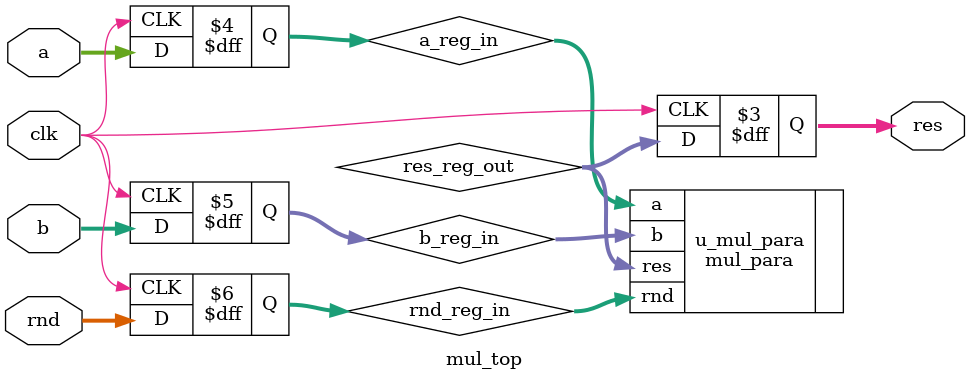
<source format=sv>
module mul_top#(
    parameter int unsigned SIGN_W = 1,
    parameter int unsigned EXPO_W = 8,
    parameter int unsigned MANT_W = 23
) (
    input  logic                                       clk ,
    input  logic [SIGN_W + EXPO_W + MANT_W -1 : 0]     a   ,
    input  logic [SIGN_W + EXPO_W + MANT_W -1 : 0]     b   ,
    input  logic [1 : 0]                               rnd ,
    output logic [SIGN_W + EXPO_W + MANT_W -1 : 0]     res  
);
logic [SIGN_W + EXPO_W + MANT_W -1 : 0] a_reg_in;
logic [SIGN_W + EXPO_W + MANT_W -1 : 0] b_reg_in;
logic [1 : 0]                           rnd_reg_in;
logic [SIGN_W + EXPO_W + MANT_W -1 : 0] res_reg_out;

mul_para #(
    .SIGN_W(SIGN_W),
    .EXPO_W(EXPO_W),
    .MANT_W(MANT_W)
)
u_mul_para(
    .a(a_reg_in),
    .b(b_reg_in),
    .rnd(rnd_reg_in),
    .res(res_reg_out)
);
always_ff @( posedge clk ) begin 
    a_reg_in    <= a;
    b_reg_in    <= b;
    rnd_reg_in  <= rnd;
end
always_ff @( posedge clk ) begin 
    res         <= res_reg_out;
end
endmodule
</source>
